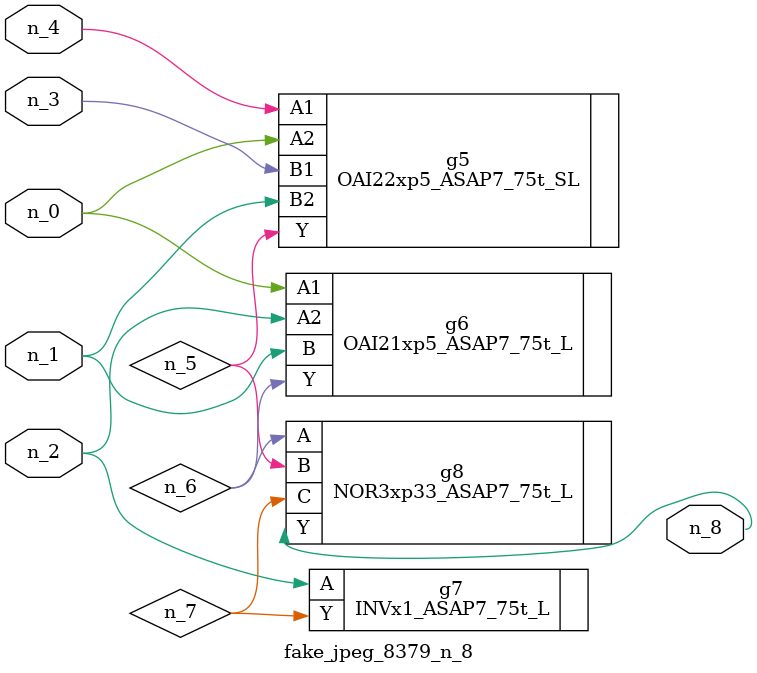
<source format=v>
module fake_jpeg_8379_n_8 (n_3, n_2, n_1, n_0, n_4, n_8);

input n_3;
input n_2;
input n_1;
input n_0;
input n_4;

output n_8;

wire n_6;
wire n_5;
wire n_7;

OAI22xp5_ASAP7_75t_SL g5 ( 
.A1(n_4),
.A2(n_0),
.B1(n_3),
.B2(n_1),
.Y(n_5)
);

OAI21xp5_ASAP7_75t_L g6 ( 
.A1(n_0),
.A2(n_2),
.B(n_1),
.Y(n_6)
);

INVx1_ASAP7_75t_L g7 ( 
.A(n_2),
.Y(n_7)
);

NOR3xp33_ASAP7_75t_L g8 ( 
.A(n_6),
.B(n_5),
.C(n_7),
.Y(n_8)
);


endmodule
</source>
